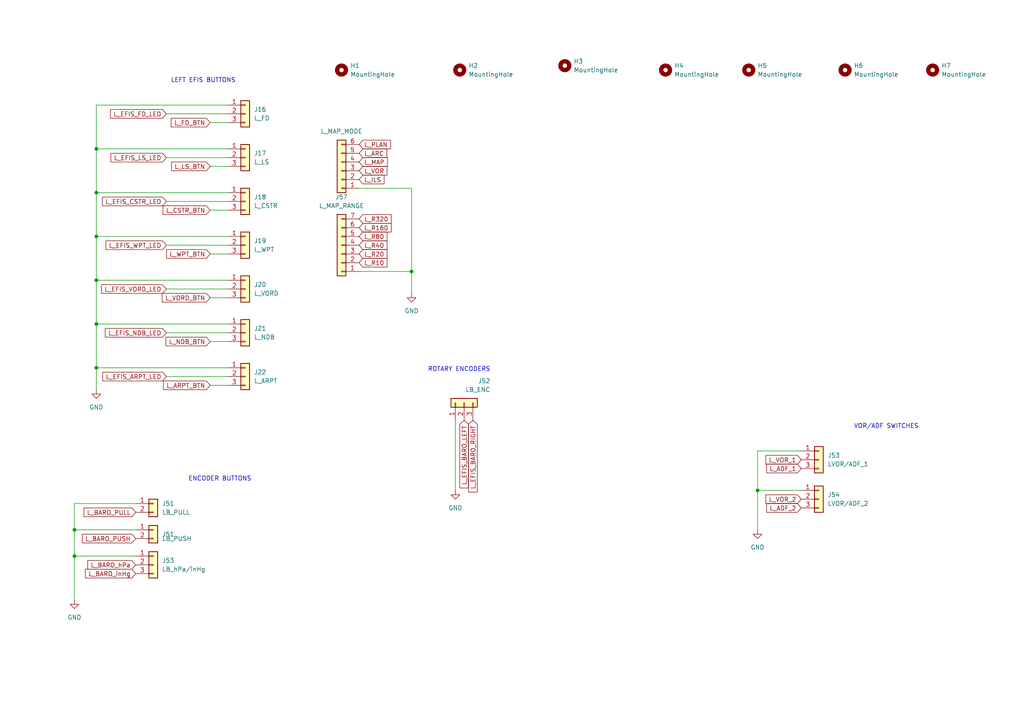
<source format=kicad_sch>
(kicad_sch (version 20231120) (generator "eeschema") (generator_version "8.0")
  (paper "A4")
  (lib_symbols
    (symbol "Connector_Generic:Conn_01x02" (pin_names (offset 1.016) hide)
      (property "Reference" "J" (at 0 2.54 0))
      (property "Value" "Conn_01x02" (at 0 -5.08 0))
      (symbol "Conn_01x02_1_1"
        (rectangle (start -1.27 -2.413) (end 0 -2.667) (stroke (width 0.1524)))
        (rectangle (start -1.27 0.127) (end 0 -0.127) (stroke (width 0.1524)))
        (rectangle (start -1.27 1.27) (end 1.27 -3.81) (stroke (width 0.254)) (fill (type background)))
        (pin passive line (at -5.08 0 0) (length 3.81) (name "Pin_1") (number "1"))
        (pin passive line (at -5.08 -2.54 0) (length 3.81) (name "Pin_2") (number "2"))
      )
    )
    (symbol "Connector_Generic:Conn_01x03" (pin_names (offset 1.016) hide)
      (property "Reference" "J" (at 0 5.08 0))
      (property "Value" "Conn_01x03" (at 0 -5.08 0))
      (symbol "Conn_01x03_1_1"
        (rectangle (start -1.27 -2.413) (end 0 -2.667) (stroke (width 0.1524)))
        (rectangle (start -1.27 0.127) (end 0 -0.127) (stroke (width 0.1524)))
        (rectangle (start -1.27 2.667) (end 0 2.413) (stroke (width 0.1524)))
        (rectangle (start -1.27 3.81) (end 1.27 -3.81) (stroke (width 0.254)) (fill (type background)))
        (pin passive line (at -5.08 2.54 0) (length 3.81) (name "Pin_1") (number "1"))
        (pin passive line (at -5.08 0 0) (length 3.81) (name "Pin_2") (number "2"))
        (pin passive line (at -5.08 -2.54 0) (length 3.81) (name "Pin_3") (number "3"))
      )
    )
    (symbol "Connector_Generic:Conn_01x06" (pin_names (offset 1.016) hide)
      (property "Reference" "J" (at 0 7.62 0))
      (property "Value" "Conn_01x06" (at 0 -10.16 0))
      (symbol "Conn_01x06_1_1"
        (rectangle (start -1.27 -7.493) (end 0 -7.747) (stroke (width 0.1524)))
        (rectangle (start -1.27 -4.953) (end 0 -5.207) (stroke (width 0.1524)))
        (rectangle (start -1.27 -2.413) (end 0 -2.667) (stroke (width 0.1524)))
        (rectangle (start -1.27 0.127) (end 0 -0.127) (stroke (width 0.1524)))
        (rectangle (start -1.27 2.667) (end 0 2.413) (stroke (width 0.1524)))
        (rectangle (start -1.27 5.207) (end 0 4.953) (stroke (width 0.1524)))
        (rectangle (start -1.27 6.35) (end 1.27 -8.89) (stroke (width 0.254)) (fill (type background)))
        (pin passive line (at -5.08 5.08 0) (length 3.81) (name "Pin_1") (number "1"))
        (pin passive line (at -5.08 2.54 0) (length 3.81) (name "Pin_2") (number "2"))
        (pin passive line (at -5.08 0 0) (length 3.81) (name "Pin_3") (number "3"))
        (pin passive line (at -5.08 -2.54 0) (length 3.81) (name "Pin_4") (number "4"))
        (pin passive line (at -5.08 -5.08 0) (length 3.81) (name "Pin_5") (number "5"))
        (pin passive line (at -5.08 -7.62 0) (length 3.81) (name "Pin_6") (number "6"))
      )
    )
    (symbol "Connector_Generic:Conn_01x07" (pin_names (offset 1.016) hide)
      (property "Reference" "J" (at 0 10.16 0))
      (property "Value" "Conn_01x07" (at 0 -10.16 0))
      (symbol "Conn_01x07_1_1"
        (rectangle (start -1.27 -7.493) (end 0 -7.747) (stroke (width 0.1524)))
        (rectangle (start -1.27 -4.953) (end 0 -5.207) (stroke (width 0.1524)))
        (rectangle (start -1.27 -2.413) (end 0 -2.667) (stroke (width 0.1524)))
        (rectangle (start -1.27 0.127) (end 0 -0.127) (stroke (width 0.1524)))
        (rectangle (start -1.27 2.667) (end 0 2.413) (stroke (width 0.1524)))
        (rectangle (start -1.27 5.207) (end 0 4.953) (stroke (width 0.1524)))
        (rectangle (start -1.27 7.747) (end 0 7.493) (stroke (width 0.1524)))
        (rectangle (start -1.27 8.89) (end 1.27 -8.89) (stroke (width 0.254)) (fill (type background)))
        (pin passive line (at -5.08 7.62 0) (length 3.81) (name "Pin_1") (number "1"))
        (pin passive line (at -5.08 5.08 0) (length 3.81) (name "Pin_2") (number "2"))
        (pin passive line (at -5.08 2.54 0) (length 3.81) (name "Pin_3") (number "3"))
        (pin passive line (at -5.08 0 0) (length 3.81) (name "Pin_4") (number "4"))
        (pin passive line (at -5.08 -2.54 0) (length 3.81) (name "Pin_5") (number "5"))
        (pin passive line (at -5.08 -5.08 0) (length 3.81) (name "Pin_6") (number "6"))
        (pin passive line (at -5.08 -7.62 0) (length 3.81) (name "Pin_7") (number "7"))
      )
    )
    (symbol "Mechanical:MountingHole" (pin_names (offset 1.016))
      (property "Reference" "H" (at 0 5.08 0))
      (property "Value" "MountingHole" (at 0 3.175 0))
      (symbol "MountingHole_0_1"
        (circle (center 0 0) (radius 1.27) (stroke (width 1.27)))
      )
    )
    (symbol "power:GND" (power) (pin_numbers hide) (pin_names (offset 0) hide)
      (property "Value" "GND" (at 0 -3.81 0))
      (symbol "GND_0_1"
        (polyline (pts (xy 0 0) (xy 0 -1.27) (xy 1.27 -1.27) (xy 0 -2.54) (xy -1.27 -1.27) (xy 0 -1.27)))
      )
      (symbol "GND_1_1"
        (pin power_in line (at 0 0 270) (length 0) (name "~") (number "1"))
      )
    )
  )
  (junction (at 21.59 161.29))
  (junction (at 21.59 153.67))
  (junction (at 27.94 93.98))
  (junction (at 119.38 78.74))
  (junction (at 27.94 43.18))
  (junction (at 27.94 68.58))
  (junction (at 219.71 142.24))
  (junction (at 27.94 106.68))
  (junction (at 27.94 81.28))
  (junction (at 27.94 55.88))
  (wire (pts (xy 21.59 153.67) (xy 21.59 161.29)))
  (wire (pts (xy 132.08 142.24) (xy 132.08 121.92)))
  (wire (pts (xy 232.41 130.81) (xy 219.71 130.81)))
  (wire (pts (xy 66.04 93.98) (xy 27.94 93.98)))
  (wire (pts (xy 27.94 81.28) (xy 66.04 81.28)))
  (wire (pts (xy 27.94 81.28) (xy 27.94 93.98)))
  (wire (pts (xy 27.94 68.58) (xy 27.94 81.28)))
  (wire (pts (xy 48.26 58.42) (xy 66.04 58.42)))
  (wire (pts (xy 60.96 60.96) (xy 66.04 60.96)))
  (wire (pts (xy 48.26 109.22) (xy 66.04 109.22)))
  (wire (pts (xy 27.94 43.18) (xy 66.04 43.18)))
  (wire (pts (xy 27.94 43.18) (xy 27.94 55.88)))
  (wire (pts (xy 27.94 93.98) (xy 27.94 106.68)))
  (wire (pts (xy 39.37 146.05) (xy 21.59 146.05)))
  (wire (pts (xy 48.26 96.52) (xy 66.04 96.52)))
  (wire (pts (xy 104.14 78.74) (xy 119.38 78.74)))
  (wire (pts (xy 21.59 146.05) (xy 21.59 153.67)))
  (wire (pts (xy 66.04 30.48) (xy 27.94 30.48)))
  (wire (pts (xy 60.96 73.66) (xy 66.04 73.66)))
  (wire (pts (xy 48.26 83.82) (xy 66.04 83.82)))
  (wire (pts (xy 27.94 106.68) (xy 66.04 106.68)))
  (wire (pts (xy 219.71 142.24) (xy 219.71 153.67)))
  (wire (pts (xy 21.59 153.67) (xy 39.37 153.67)))
  (wire (pts (xy 104.14 54.61) (xy 119.38 54.61)))
  (wire (pts (xy 48.26 33.02) (xy 66.04 33.02)))
  (wire (pts (xy 60.96 86.36) (xy 66.04 86.36)))
  (wire (pts (xy 60.96 111.76) (xy 66.04 111.76)))
  (wire (pts (xy 66.04 68.58) (xy 27.94 68.58)))
  (wire (pts (xy 27.94 106.68) (xy 27.94 113.03)))
  (wire (pts (xy 21.59 161.29) (xy 21.59 173.99)))
  (wire (pts (xy 219.71 130.81) (xy 219.71 142.24)))
  (wire (pts (xy 60.96 35.56) (xy 66.04 35.56)))
  (wire (pts (xy 27.94 30.48) (xy 27.94 43.18)))
  (wire (pts (xy 219.71 142.24) (xy 232.41 142.24)))
  (wire (pts (xy 27.94 55.88) (xy 27.94 68.58)))
  (wire (pts (xy 60.96 99.06) (xy 66.04 99.06)))
  (wire (pts (xy 48.26 45.72) (xy 66.04 45.72)))
  (wire (pts (xy 60.96 48.26) (xy 66.04 48.26)))
  (wire (pts (xy 27.94 55.88) (xy 66.04 55.88)))
  (wire (pts (xy 119.38 78.74) (xy 119.38 85.09)))
  (wire (pts (xy 119.38 54.61) (xy 119.38 78.74)))
  (wire (pts (xy 48.26 71.12) (xy 66.04 71.12)))
  (wire (pts (xy 21.59 161.29) (xy 39.37 161.29)))
  (text "LEFT EFIS BUTTONS" (at 49.53 24.13 0) (effects (font (size 1.27 1.27)) (justify left bottom)))
  (text "ROTARY ENCODERS" (at 142.24 107.95 0) (effects (font (size 1.27 1.27)) (justify right bottom)))
  (text "ENCODER BUTTONS" (at 54.61 139.7 0) (effects (font (size 1.27 1.27)) (justify left bottom)))
  (text "VOR/ADF SWITCHES" (at 247.65 124.46 0) (effects (font (size 1.27 1.27)) (justify left bottom)))
  (global_label "L_EFIS_NDB_LED" (shape input) (at 48.26 96.52 180) (property "Intersheetrefs" "${INTERSHEET_REFS}" (effects (hide yes))))
  (global_label "L_VOR_1" (shape input) (at 232.41 133.35 180) (property "Intersheetrefs" "${INTERSHEET_REFS}" (effects (hide yes))))
  (global_label "L_R320" (shape input) (at 104.14 63.5 0) (property "Intersheetrefs" "${INTERSHEET_REFS}" (effects (hide yes))))
  (global_label "L_R40" (shape input) (at 104.14 71.12 0) (property "Intersheetrefs" "${INTERSHEET_REFS}" (effects (hide yes))))
  (global_label "L_EFIS_BARO_LEFT" (shape input) (at 134.62 121.92 270) (property "Intersheetrefs" "${INTERSHEET_REFS}" (effects (hide yes))))
  (global_label "L_ARC" (shape input) (at 104.14 44.45 0) (property "Intersheetrefs" "${INTERSHEET_REFS}" (effects (hide yes))))
  (global_label "L_LS_BTN" (shape input) (at 60.96 48.26 180) (property "Intersheetrefs" "${INTERSHEET_REFS}" (effects (hide yes))))
  (global_label "L_MAP" (shape input) (at 104.14 46.99 0) (property "Intersheetrefs" "${INTERSHEET_REFS}" (effects (hide yes))))
  (global_label "L_EFIS_LS_LED" (shape input) (at 48.26 45.72 180) (property "Intersheetrefs" "${INTERSHEET_REFS}" (effects (hide yes))))
  (global_label "L_BARO_hPa" (shape input) (at 39.37 163.83 180) (property "Intersheetrefs" "${INTERSHEET_REFS}" (effects (hide yes))))
  (global_label "L_R10" (shape input) (at 104.14 76.2 0) (property "Intersheetrefs" "${INTERSHEET_REFS}" (effects (hide yes))))
  (global_label "L_EFIS_VORD_LED" (shape input) (at 48.26 83.82 180) (property "Intersheetrefs" "${INTERSHEET_REFS}" (effects (hide yes))))
  (global_label "L_NDB_BTN" (shape input) (at 60.96 99.06 180) (property "Intersheetrefs" "${INTERSHEET_REFS}" (effects (hide yes))))
  (global_label "L_FD_BTN" (shape input) (at 60.96 35.56 180) (property "Intersheetrefs" "${INTERSHEET_REFS}" (effects (hide yes))))
  (global_label "L_EFIS_ARPT_LED" (shape input) (at 48.26 109.22 180) (property "Intersheetrefs" "${INTERSHEET_REFS}" (effects (hide yes))))
  (global_label "L_ARPT_BTN" (shape input) (at 60.96 111.76 180) (property "Intersheetrefs" "${INTERSHEET_REFS}" (effects (hide yes))))
  (global_label "L_EFIS_FD_LED" (shape input) (at 48.26 33.02 180) (property "Intersheetrefs" "${INTERSHEET_REFS}" (effects (hide yes))))
  (global_label "L_VORD_BTN" (shape input) (at 60.96 86.36 180) (property "Intersheetrefs" "${INTERSHEET_REFS}" (effects (hide yes))))
  (global_label "L_WPT_BTN" (shape input) (at 60.96 73.66 180) (property "Intersheetrefs" "${INTERSHEET_REFS}" (effects (hide yes))))
  (global_label "L_EFIS_BARO_RIGHT" (shape input) (at 137.16 121.92 270) (property "Intersheetrefs" "${INTERSHEET_REFS}" (effects (hide yes))))
  (global_label "L_ILS" (shape input) (at 104.14 52.07 0) (property "Intersheetrefs" "${INTERSHEET_REFS}" (effects (hide yes))))
  (global_label "L_BARO_PUSH" (shape input) (at 39.37 156.21 180) (property "Intersheetrefs" "${INTERSHEET_REFS}" (effects (hide yes))))
  (global_label "L_EFIS_CSTR_LED" (shape input) (at 48.26 58.42 180) (property "Intersheetrefs" "${INTERSHEET_REFS}" (effects (hide yes))))
  (global_label "L_ADF_1" (shape input) (at 232.41 135.89 180) (property "Intersheetrefs" "${INTERSHEET_REFS}" (effects (hide yes))))
  (global_label "L_PLAN" (shape input) (at 104.14 41.91 0) (property "Intersheetrefs" "${INTERSHEET_REFS}" (effects (hide yes))))
  (global_label "L_ADF_2" (shape input) (at 232.41 147.32 180) (property "Intersheetrefs" "${INTERSHEET_REFS}" (effects (hide yes))))
  (global_label "L_EFIS_WPT_LED" (shape input) (at 48.26 71.12 180) (property "Intersheetrefs" "${INTERSHEET_REFS}" (effects (hide yes))))
  (global_label "L_CSTR_BTN" (shape input) (at 60.96 60.96 180) (property "Intersheetrefs" "${INTERSHEET_REFS}" (effects (hide yes))))
  (global_label "L_R80" (shape input) (at 104.14 68.58 0) (property "Intersheetrefs" "${INTERSHEET_REFS}" (effects (hide yes))))
  (global_label "L_BARO_inHg" (shape input) (at 39.37 166.37 180) (property "Intersheetrefs" "${INTERSHEET_REFS}" (effects (hide yes))))
  (global_label "L_VOR" (shape input) (at 104.14 49.53 0) (property "Intersheetrefs" "${INTERSHEET_REFS}" (effects (hide yes))))
  (global_label "L_BARO_PULL" (shape input) (at 39.37 148.59 180) (property "Intersheetrefs" "${INTERSHEET_REFS}" (effects (hide yes))))
  (global_label "L_R160" (shape input) (at 104.14 66.04 0) (property "Intersheetrefs" "${INTERSHEET_REFS}" (effects (hide yes))))
  (global_label "L_R20" (shape input) (at 104.14 73.66 0) (property "Intersheetrefs" "${INTERSHEET_REFS}" (effects (hide yes))))
  (global_label "L_VOR_2" (shape input) (at 232.41 144.78 180) (property "Intersheetrefs" "${INTERSHEET_REFS}" (effects (hide yes))))
  (symbol (lib_id "Mechanical:MountingHole") (at 99.06 20.32 0) (unit 1)
    (property "Reference" "H1" (at 101.6 19.05 0) (effects (justify left)))
    (property "Value" "MountingHole" (at 101.6 21.59 0) (effects (justify left)))
    (property "Footprint" "MountingHole:MountingHole_2.7mm_M2.5_DIN965_Pad_TopBottom" (effects (hide yes)))
  )
  (symbol (lib_id "Mechanical:MountingHole") (at 193.04 20.32 0) (unit 1)
    (property "Reference" "H4" (at 195.58 19.05 0) (effects (justify left)))
    (property "Value" "MountingHole" (at 195.58 21.59 0) (effects (justify left)))
    (property "Footprint" "MountingHole:MountingHole_2.7mm_M2.5_DIN965_Pad_TopBottom" (effects (hide yes)))
  )
  (symbol (lib_id "power:GND") (at 27.94 113.03 0) (unit 1)
    (property "Reference" "#PWR017" (effects (hide yes)))
    (property "Value" "GND" (at 27.94 118.11 0))
    (property "Description" "Power symbol creates a global label with name \"GND\" , ground" (effects (hide yes)))
    (instances (project "FCU_Mainboard_v2" (path "" (reference "#PWR017") (unit 1)) (path "" (reference "#PWR014") (unit 1))))
  )
  (symbol (lib_id "Connector_Generic:Conn_01x03") (at 71.12 33.02 0) (unit 1)
    (property "Reference" "J16" (at 73.66 31.7499 0) (effects (justify left)))
    (property "Value" "L_FD" (at 73.66 34.2899 0) (effects (justify left)))
    (property "Footprint" "Connector_PinHeader_2.54mm:PinHeader_1x03_P2.54mm_Vertical" (effects (hide yes)))
    (instances (project "FCU_Mainboard_v2" (path "" (reference "J16") (unit 1)) (path "" (reference "J26") (unit 1)) (path "" (reference "J16") (unit 1))))
  )
  (symbol (lib_id "Connector_Generic:Conn_01x03") (at 71.12 58.42 0) (unit 1)
    (property "Reference" "J18" (at 73.66 57.1499 0) (effects (justify left)))
    (property "Value" "L_CSTR" (at 73.66 59.6899 0) (effects (justify left)))
    (property "Footprint" "Connector_PinHeader_2.54mm:PinHeader_1x03_P2.54mm_Vertical" (effects (hide yes)))
    (instances (project "FCU_Mainboard_v2" (path "" (reference "J18") (unit 1)) (path "" (reference "J28") (unit 1)) (path "" (reference "J18") (unit 1))))
  )
  (symbol (lib_id "Mechanical:MountingHole") (at 245.11 20.32 0) (unit 1)
    (property "Reference" "H6" (at 247.65 19.05 0) (effects (justify left)))
    (property "Value" "MountingHole" (at 247.65 21.59 0) (effects (justify left)))
    (property "Footprint" "MountingHole:MountingHole_2.7mm_M2.5_DIN965_Pad_TopBottom" (effects (hide yes)))
  )
  (symbol (lib_id "power:GND") (at 219.71 153.67 0) (unit 1)
    (property "Reference" "#PWR032" (effects (hide yes)))
    (property "Value" "GND" (at 219.71 158.75 0))
    (property "Description" "Power symbol creates a global label with name \"GND\" , ground" (effects (hide yes)))
    (instances (project "FCU_Mainboard_v2" (path "" (reference "#PWR032") (unit 1)) (path "" (reference "#PWR018") (unit 1))))
  )
  (symbol (lib_id "power:GND") (at 119.38 85.09 0) (unit 1)
    (property "Reference" "#PWR030" (effects (hide yes)))
    (property "Value" "GND" (at 119.38 90.17 0))
    (property "Description" "Power symbol creates a global label with name \"GND\" , ground" (effects (hide yes)))
    (instances (project "FCU_Mainboard_v2" (path "" (reference "#PWR030") (unit 1)) (path "" (reference "#PWR029") (unit 1))))
  )
  (symbol (lib_id "Connector_Generic:Conn_01x06") (at 99.06 49.53 180) (unit 1)
    (property "Reference" "J55" (effects (hide yes)))
    (property "Value" "L_MAP_MODE" (at 99.06 38.1 0))
    (property "Footprint" "Connector_PinHeader_2.54mm:PinHeader_1x06_P2.54mm_Vertical" (effects (hide yes)))
    (instances (project "FCU_Mainboard_v2" (path "" (reference "J55") (unit 1)) (path "" (reference "J54") (unit 1)) (path "" (reference "J51") (unit 1))))
  )
  (symbol (lib_id "Connector_Generic:Conn_01x03") (at 71.12 83.82 0) (unit 1)
    (property "Reference" "J20" (at 73.66 82.5499 0) (effects (justify left)))
    (property "Value" "L_VORD" (at 73.66 85.0899 0) (effects (justify left)))
    (property "Footprint" "Connector_PinHeader_2.54mm:PinHeader_1x03_P2.54mm_Vertical" (effects (hide yes)))
    (instances (project "FCU_Mainboard_v2" (path "" (reference "J20") (unit 1)) (path "" (reference "J40") (unit 1)) (path "" (reference "J20") (unit 1))))
  )
  (symbol (lib_id "Connector_Generic:Conn_01x03") (at 71.12 71.12 0) (unit 1)
    (property "Reference" "J19" (at 73.66 69.8499 0) (effects (justify left)))
    (property "Value" "L_WPT" (at 73.66 72.3899 0) (effects (justify left)))
    (property "Footprint" "Connector_PinHeader_2.54mm:PinHeader_1x03_P2.54mm_Vertical" (effects (hide yes)))
    (instances (project "FCU_Mainboard_v2" (path "" (reference "J19") (unit 1)) (path "" (reference "J29") (unit 1)) (path "" (reference "J19") (unit 1))))
  )
  (symbol (lib_id "Connector_Generic:Conn_01x03") (at 71.12 109.22 0) (unit 1)
    (property "Reference" "J22" (at 73.66 107.9499 0) (effects (justify left)))
    (property "Value" "L_ARPT" (at 73.66 110.4899 0) (effects (justify left)))
    (property "Footprint" "Connector_PinHeader_2.54mm:PinHeader_1x03_P2.54mm_Vertical" (effects (hide yes)))
    (instances (project "FCU_Mainboard_v2" (path "" (reference "J22") (unit 1)) (path "" (reference "J52") (unit 1)) (path "" (reference "J22") (unit 1))))
  )
  (symbol (lib_id "Connector_Generic:Conn_01x03") (at 71.12 45.72 0) (unit 1)
    (property "Reference" "J17" (at 73.66 44.4499 0) (effects (justify left)))
    (property "Value" "L_LS" (at 73.66 46.9899 0) (effects (justify left)))
    (property "Footprint" "Connector_PinHeader_2.54mm:PinHeader_1x03_P2.54mm_Vertical" (effects (hide yes)))
    (instances (project "FCU_Mainboard_v2" (path "" (reference "J17") (unit 1)) (path "" (reference "J27") (unit 1)) (path "" (reference "J17") (unit 1))))
  )
  (symbol (lib_id "Connector_Generic:Conn_01x02") (at 44.45 153.67 0) (unit 1)
    (property "Reference" "J51" (at 46.99 154.9399 0) (effects (justify left)))
    (property "Value" "LB_PUSH" (at 46.99 156.21 0) (effects (justify left)))
    (property "Footprint" "Connector_PinHeader_2.54mm:PinHeader_1x02_P2.54mm_Vertical" (effects (hide yes)))
    (instances (project "FCU_Mainboard_v2" (path "" (reference "J51") (unit 1)) (path "" (reference "J24") (unit 1)) (path "" (reference "J44") (unit 1))))
  )
  (symbol (lib_id "power:GND") (at 21.59 173.99 0) (unit 1)
    (property "Reference" "#PWR019" (effects (hide yes)))
    (property "Value" "GND" (at 21.59 179.07 0))
    (property "Description" "Power symbol creates a global label with name \"GND\" , ground" (effects (hide yes)))
    (instances (project "FCU_Mainboard_v2" (path "" (reference "#PWR019") (unit 1)) (path "" (reference "#PWR016") (unit 1))))
  )
  (symbol (lib_id "Connector_Generic:Conn_01x03") (at 134.62 116.84 90) (unit 1)
    (property "Reference" "J52" (at 142.24 110.49 90) (effects (justify left)))
    (property "Value" "LB_ENC" (at 142.24 113.03 90) (effects (justify left)))
    (property "Footprint" "Connector_PinHeader_2.54mm:PinHeader_1x03_P2.54mm_Vertical" (effects (hide yes)))
    (instances (project "FCU_Mainboard_v2" (path "" (reference "J52") (unit 1)) (path "" (reference "J56") (unit 1)) (path "" (reference "J36") (unit 1))))
  )
  (symbol (lib_id "Mechanical:MountingHole") (at 217.17 20.32 0) (unit 1)
    (property "Reference" "H5" (at 219.71 19.05 0) (effects (justify left)))
    (property "Value" "MountingHole" (at 219.71 21.59 0) (effects (justify left)))
    (property "Footprint" "MountingHole:MountingHole_2.7mm_M2.5_DIN965_Pad_TopBottom" (effects (hide yes)))
  )
  (symbol (lib_id "Mechanical:MountingHole") (at 133.35 20.32 0) (unit 1)
    (property "Reference" "H2" (at 135.89 19.05 0) (effects (justify left)))
    (property "Value" "MountingHole" (at 135.89 21.59 0) (effects (justify left)))
    (property "Footprint" "MountingHole:MountingHole_2.7mm_M2.5_DIN965_Pad_TopBottom" (effects (hide yes)))
  )
  (symbol (lib_id "power:GND") (at 132.08 142.24 0) (unit 1)
    (property "Reference" "#PWR023" (effects (hide yes)))
    (property "Value" "GND" (at 132.08 147.32 0))
    (property "Description" "Power symbol creates a global label with name \"GND\" , ground" (effects (hide yes)))
    (instances (project "FCU_Mainboard_v2" (path "" (reference "#PWR023") (unit 1)) (path "" (reference "#PWR015") (unit 1))))
  )
  (symbol (lib_id "Mechanical:MountingHole") (at 270.51 20.32 0) (unit 1)
    (property "Reference" "H7" (at 273.05 19.05 0) (effects (justify left)))
    (property "Value" "MountingHole" (at 273.05 21.59 0) (effects (justify left)))
    (property "Footprint" "MountingHole:MountingHole_2.7mm_M2.5_DIN965_Pad_TopBottom" (effects (hide yes)))
  )
  (symbol (lib_id "Connector_Generic:Conn_01x03") (at 237.49 133.35 0) (unit 1)
    (property "Reference" "J53" (at 240.03 132.0799 0) (effects (justify left)))
    (property "Value" "LVOR/ADF_1" (at 240.03 134.6199 0) (effects (justify left)))
    (property "Footprint" "Connector_PinHeader_2.54mm:PinHeader_1x03_P2.54mm_Vertical" (effects (hide yes)))
    (instances (project "FCU_Mainboard_v2" (path "" (reference "J53") (unit 1)) (path "" (reference "J57") (unit 1)) (path "" (reference "J49") (unit 1))))
  )
  (symbol (lib_id "Connector_Generic:Conn_01x07") (at 99.06 71.12 180) (unit 1)
    (property "Reference" "J57" (at 99.06 57.15 0))
    (property "Value" "L_MAP_RANGE" (at 99.06 59.69 0))
    (property "Footprint" "Connector_PinHeader_2.54mm:PinHeader_1x07_P2.54mm_Vertical" (effects (hide yes)))
    (instances (project "FCU_Mainboard_v2" (path "" (reference "J57") (unit 1)) (path "" (reference "J55") (unit 1)) (path "" (reference "J53") (unit 1))))
  )
  (symbol (lib_id "Connector_Generic:Conn_01x03") (at 237.49 144.78 0) (unit 1)
    (property "Reference" "J54" (at 240.03 143.5099 0) (effects (justify left)))
    (property "Value" "LVOR/ADF_2" (at 240.03 146.0499 0) (effects (justify left)))
    (property "Footprint" "Connector_PinHeader_2.54mm:PinHeader_1x03_P2.54mm_Vertical" (effects (hide yes)))
    (instances (project "FCU_Mainboard_v2" (path "" (reference "J54") (unit 1)) (path "" (reference "J58") (unit 1)) (path "" (reference "J50") (unit 1))))
  )
  (symbol (lib_id "Mechanical:MountingHole") (at 163.83 19.05 0) (unit 1)
    (property "Reference" "H3" (at 166.37 17.78 0) (effects (justify left)))
    (property "Value" "MountingHole" (at 166.37 20.32 0) (effects (justify left)))
    (property "Footprint" "MountingHole:MountingHole_2.7mm_M2.5_DIN965_Pad_TopBottom" (effects (hide yes)))
  )
  (symbol (lib_id "Connector_Generic:Conn_01x02") (at 44.45 146.05 0) (unit 1)
    (property "Reference" "J51" (at 46.99 146.0499 0) (effects (justify left)))
    (property "Value" "LB_PULL" (at 46.99 148.5899 0) (effects (justify left)))
    (property "Footprint" "Connector_PinHeader_2.54mm:PinHeader_1x02_P2.54mm_Vertical" (effects (hide yes)))
    (instances (project "FCU_Mainboard_v2" (path "" (reference "J51") (unit 1)) (path "" (reference "J23") (unit 1)) (path "" (reference "J38") (unit 1))))
  )
  (symbol (lib_id "Connector_Generic:Conn_01x03") (at 44.45 163.83 0) (unit 1)
    (property "Reference" "J53" (at 46.99 162.5599 0) (effects (justify left)))
    (property "Value" "LB_hPa/inHg" (at 46.99 165.0999 0) (effects (justify left)))
    (property "Footprint" "Connector_PinHeader_2.54mm:PinHeader_1x03_P2.54mm_Vertical" (effects (hide yes)))
    (instances (project "FCU_Mainboard_v2" (path "" (reference "J53") (unit 1)) (path "" (reference "J25") (unit 1)) (path "" (reference "J39") (unit 1))))
  )
  (symbol (lib_id "Connector_Generic:Conn_01x03") (at 71.12 96.52 0) (unit 1)
    (property "Reference" "J21" (at 73.66 95.2499 0) (effects (justify left)))
    (property "Value" "L_NDB" (at 73.66 97.7899 0) (effects (justify left)))
    (property "Footprint" "Connector_PinHeader_2.54mm:PinHeader_1x03_P2.54mm_Vertical" (effects (hide yes)))
    (instances (project "FCU_Mainboard_v2" (path "" (reference "J21") (unit 1)) (path "" (reference "J47") (unit 1)) (path "" (reference "J21") (unit 1))))
  )
)
</source>
